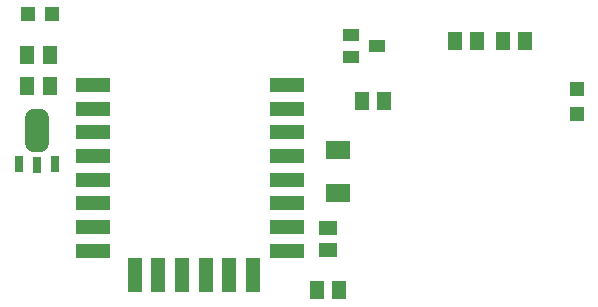
<source format=gtp>
G75*
%MOIN*%
%OFA0B0*%
%FSLAX25Y25*%
%IPPOS*%
%LPD*%
%AMOC8*
5,1,8,0,0,1.08239X$1,22.5*
%
%ADD10R,0.11811X0.04724*%
%ADD11R,0.04724X0.11811*%
%ADD12R,0.03150X0.05512*%
%ADD13C,0.06000*%
%ADD14R,0.05512X0.03937*%
%ADD15R,0.08268X0.05906*%
%ADD16R,0.05118X0.05906*%
%ADD17R,0.05118X0.06299*%
%ADD18R,0.04724X0.04724*%
%ADD19R,0.06299X0.05118*%
D10*
X0049156Y0113217D03*
X0049156Y0121091D03*
X0049156Y0128965D03*
X0049156Y0136839D03*
X0049156Y0144713D03*
X0049156Y0152587D03*
X0049156Y0160461D03*
X0049156Y0168335D03*
X0113723Y0168335D03*
X0113723Y0160461D03*
X0113723Y0152587D03*
X0113723Y0144713D03*
X0113723Y0136839D03*
X0113723Y0128965D03*
X0113723Y0121091D03*
X0113723Y0113217D03*
D11*
X0062936Y0104949D03*
X0070810Y0104949D03*
X0078684Y0104949D03*
X0086558Y0104949D03*
X0094432Y0104949D03*
X0102306Y0104949D03*
D12*
X0036333Y0142000D03*
X0030333Y0141705D03*
X0024333Y0142000D03*
D13*
X0029333Y0149016D02*
X0031333Y0149016D01*
X0029333Y0149016D02*
X0029333Y0157386D01*
X0031333Y0157386D01*
X0031333Y0149016D01*
X0031333Y0155015D02*
X0029333Y0155015D01*
D14*
X0135003Y0177760D03*
X0135003Y0185240D03*
X0143664Y0181500D03*
D15*
X0130833Y0146587D03*
X0130833Y0132413D03*
D16*
X0034573Y0168000D03*
X0027093Y0168000D03*
X0027093Y0178500D03*
X0034573Y0178500D03*
D17*
X0123593Y0100000D03*
X0131073Y0100000D03*
X0138593Y0163000D03*
X0146073Y0163000D03*
X0169593Y0183000D03*
X0177073Y0183000D03*
X0185593Y0183000D03*
X0193073Y0183000D03*
D18*
X0210333Y0167134D03*
X0210333Y0158866D03*
X0035467Y0192000D03*
X0027199Y0192000D03*
D19*
X0127333Y0120740D03*
X0127333Y0113260D03*
M02*

</source>
